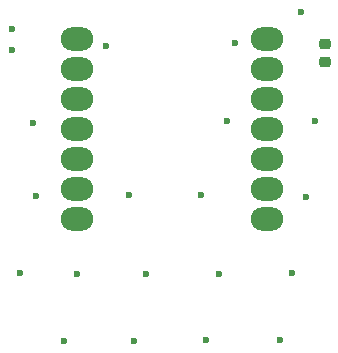
<source format=gts>
G04 #@! TF.GenerationSoftware,KiCad,Pcbnew,8.0.1*
G04 #@! TF.CreationDate,2024-05-20T20:52:03+02:00*
G04 #@! TF.ProjectId,microled-square,6d696372-6f6c-4656-942d-737175617265,rev?*
G04 #@! TF.SameCoordinates,Original*
G04 #@! TF.FileFunction,Soldermask,Top*
G04 #@! TF.FilePolarity,Negative*
%FSLAX46Y46*%
G04 Gerber Fmt 4.6, Leading zero omitted, Abs format (unit mm)*
G04 Created by KiCad (PCBNEW 8.0.1) date 2024-05-20 20:52:03*
%MOMM*%
%LPD*%
G01*
G04 APERTURE LIST*
G04 Aperture macros list*
%AMRoundRect*
0 Rectangle with rounded corners*
0 $1 Rounding radius*
0 $2 $3 $4 $5 $6 $7 $8 $9 X,Y pos of 4 corners*
0 Add a 4 corners polygon primitive as box body*
4,1,4,$2,$3,$4,$5,$6,$7,$8,$9,$2,$3,0*
0 Add four circle primitives for the rounded corners*
1,1,$1+$1,$2,$3*
1,1,$1+$1,$4,$5*
1,1,$1+$1,$6,$7*
1,1,$1+$1,$8,$9*
0 Add four rect primitives between the rounded corners*
20,1,$1+$1,$2,$3,$4,$5,0*
20,1,$1+$1,$4,$5,$6,$7,0*
20,1,$1+$1,$6,$7,$8,$9,0*
20,1,$1+$1,$8,$9,$2,$3,0*%
G04 Aperture macros list end*
%ADD10RoundRect,1.000000X-0.375000X-0.000010X0.375000X-0.000010X0.375000X0.000010X-0.375000X0.000010X0*%
%ADD11RoundRect,0.225000X-0.250000X0.225000X-0.250000X-0.225000X0.250000X-0.225000X0.250000X0.225000X0*%
%ADD12C,0.600000*%
G04 APERTURE END LIST*
D10*
X30000000Y-24800000D03*
X30000000Y-27340000D03*
X30000000Y-29880000D03*
X30000000Y-32420000D03*
X30000000Y-34960000D03*
X30000000Y-37500000D03*
X30000000Y-40040000D03*
X46165000Y-40040000D03*
X46165000Y-37500000D03*
X46165000Y-34960000D03*
X46165000Y-32420000D03*
X46165000Y-29880000D03*
X46165000Y-27340000D03*
X46165000Y-24800000D03*
D11*
X51000000Y-25225000D03*
X51000000Y-26775000D03*
D12*
X47200000Y-50300000D03*
X41000000Y-50300000D03*
X34900000Y-50400000D03*
X28900000Y-50400000D03*
X48200000Y-44600000D03*
X42100000Y-44700000D03*
X35900000Y-44700000D03*
X30000000Y-44700000D03*
X25200000Y-44600000D03*
X49400000Y-38200000D03*
X40500000Y-38000000D03*
X34400000Y-38000000D03*
X26600000Y-38100000D03*
X43400000Y-25200000D03*
X24500000Y-25800000D03*
X32500000Y-25400000D03*
X26300000Y-31900000D03*
X42700000Y-31800000D03*
X50200000Y-31800000D03*
X49000000Y-22500000D03*
X24500000Y-24000000D03*
M02*

</source>
